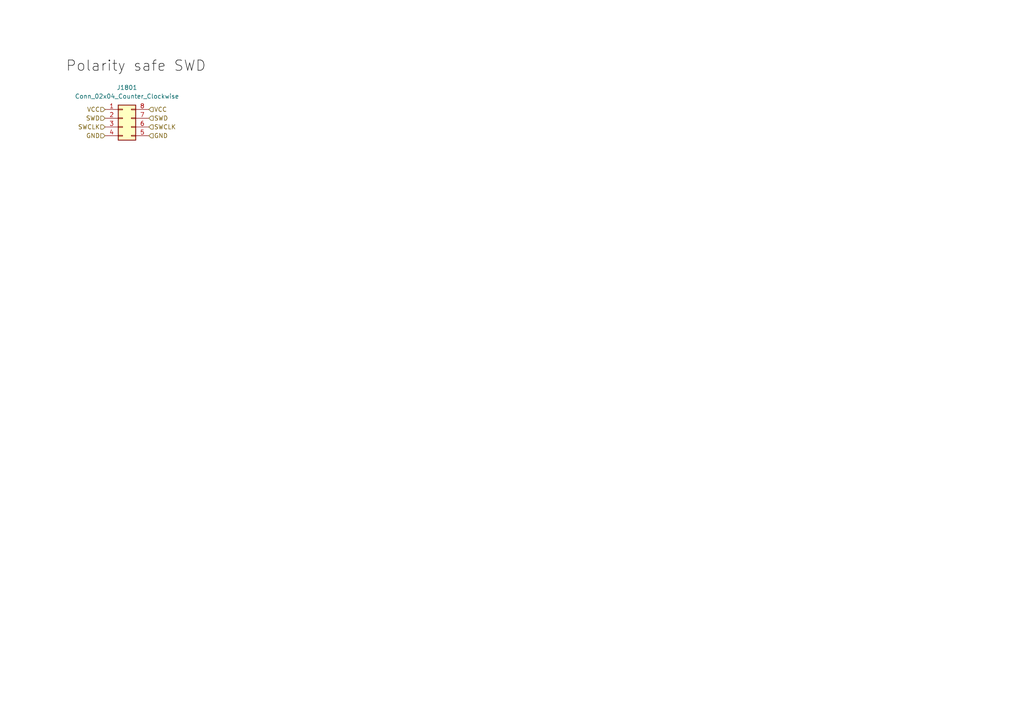
<source format=kicad_sch>
(kicad_sch (version 20231120) (generator "eeschema") (generator_version "8.0")
  (paper "A4")
  (lib_symbols
    (symbol "Connector_Generic:Conn_02x04_Counter_Clockwise" (pin_names (offset 1.016) hide)
      (property "Reference" "J" (at 1.27 5.08 0))
      (property "Value" "Conn_02x04_Counter_Clockwise" (at 1.27 -7.62 0))
      (symbol "Conn_02x04_Counter_Clockwise_1_1"
        (rectangle (start -1.27 -4.953) (end 0 -5.207) (stroke (width 0.1524)))
        (rectangle (start -1.27 -2.413) (end 0 -2.667) (stroke (width 0.1524)))
        (rectangle (start -1.27 0.127) (end 0 -0.127) (stroke (width 0.1524)))
        (rectangle (start -1.27 2.667) (end 0 2.413) (stroke (width 0.1524)))
        (rectangle (start -1.27 3.81) (end 3.81 -6.35) (stroke (width 0.254)) (fill (type background)))
        (rectangle (start 3.81 -4.953) (end 2.54 -5.207) (stroke (width 0.1524)))
        (rectangle (start 3.81 -2.413) (end 2.54 -2.667) (stroke (width 0.1524)))
        (rectangle (start 3.81 0.127) (end 2.54 -0.127) (stroke (width 0.1524)))
        (rectangle (start 3.81 2.667) (end 2.54 2.413) (stroke (width 0.1524)))
        (pin passive line (at -5.08 2.54 0) (length 3.81) (name "Pin_1") (number "1"))
        (pin passive line (at -5.08 0 0) (length 3.81) (name "Pin_2") (number "2"))
        (pin passive line (at -5.08 -2.54 0) (length 3.81) (name "Pin_3") (number "3"))
        (pin passive line (at -5.08 -5.08 0) (length 3.81) (name "Pin_4") (number "4"))
        (pin passive line (at 7.62 -5.08 180) (length 3.81) (name "Pin_5") (number "5"))
        (pin passive line (at 7.62 -2.54 180) (length 3.81) (name "Pin_6") (number "6"))
        (pin passive line (at 7.62 0 180) (length 3.81) (name "Pin_7") (number "7"))
        (pin passive line (at 7.62 2.54 180) (length 3.81) (name "Pin_8") (number "8"))
      )
    )
  )
  (label "Polarity safe SWD" (at 19.05 21.59 0) (effects (font (size 3 3))))
  (hierarchical_label "SWCLK" (shape input) (at 30.48 36.83 180))
  (hierarchical_label "SWD" (shape input) (at 30.48 34.29 180))
  (hierarchical_label "VCC" (shape input) (at 30.48 31.75 180))
  (hierarchical_label "SWCLK" (shape input) (at 43.18 36.83 0))
  (hierarchical_label "GND" (shape input) (at 43.18 39.37 0))
  (hierarchical_label "VCC" (shape input) (at 43.18 31.75 0))
  (hierarchical_label "SWD" (shape input) (at 43.18 34.29 0))
  (hierarchical_label "GND" (shape input) (at 30.48 39.37 180))
  (symbol (lib_id "Connector_Generic:Conn_02x04_Counter_Clockwise") (at 35.56 34.29 0) (unit 1)
    (property "Reference" "J1801" (at 36.83 25.4 0))
    (property "Value" "Conn_02x04_Counter_Clockwise" (at 36.83 27.94 0))
    (property "Footprint" "Connector_PinHeader_2.54mm:PinHeader_2x04_P2.54mm_Vertical" (effects (hide yes)))
    (property "Description" "Generic connector, double row, 02x04, counter clockwise pin numbering scheme (similar to DIP package numbering), script generated (kicad-library-utils/schlib/autogen/connector/)" (effects (hide yes)))
  )
)
</source>
